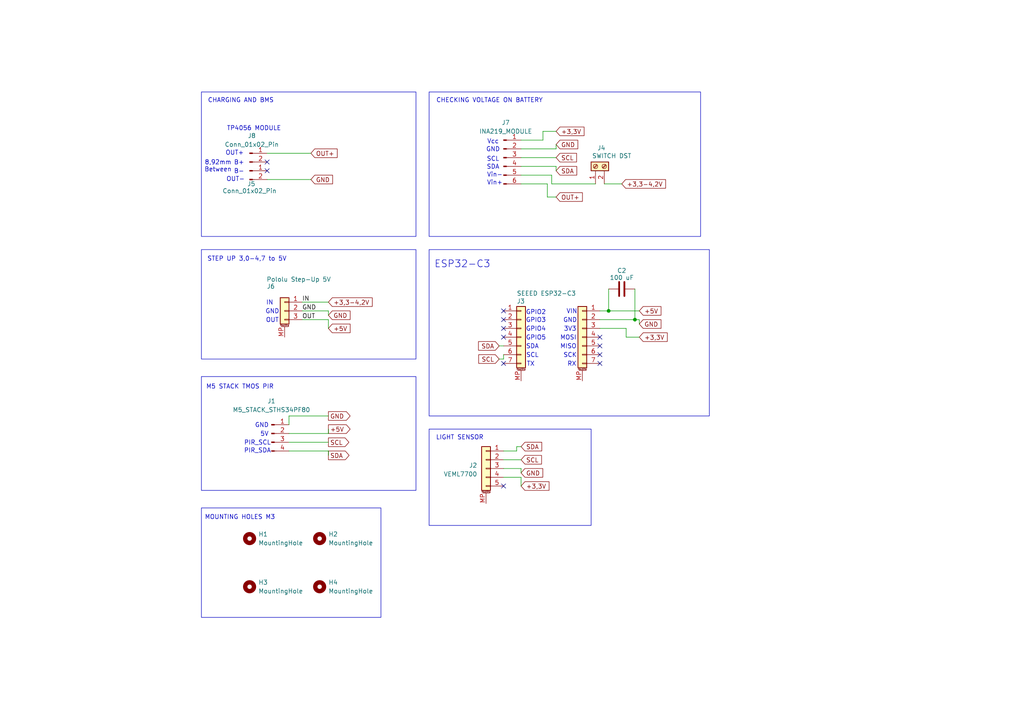
<source format=kicad_sch>
(kicad_sch
	(version 20250114)
	(generator "eeschema")
	(generator_version "9.0")
	(uuid "a6275308-5ac0-496d-8333-638fc21ed570")
	(paper "A4")
	(title_block
		(title "Moduł 1")
		(date "2026-01-02")
		(rev "1")
		(company "Mateusz Siarkiewicz-Hoszowski")
	)
	(lib_symbols
		(symbol "Connector:Conn_01x02_Pin"
			(pin_names
				(offset 1.016)
				(hide yes)
			)
			(exclude_from_sim no)
			(in_bom yes)
			(on_board yes)
			(property "Reference" "J"
				(at 0 2.54 0)
				(effects
					(font
						(size 1.27 1.27)
					)
				)
			)
			(property "Value" "Conn_01x02_Pin"
				(at 0 -5.08 0)
				(effects
					(font
						(size 1.27 1.27)
					)
				)
			)
			(property "Footprint" ""
				(at 0 0 0)
				(effects
					(font
						(size 1.27 1.27)
					)
					(hide yes)
				)
			)
			(property "Datasheet" "~"
				(at 0 0 0)
				(effects
					(font
						(size 1.27 1.27)
					)
					(hide yes)
				)
			)
			(property "Description" "Generic connector, single row, 01x02, script generated"
				(at 0 0 0)
				(effects
					(font
						(size 1.27 1.27)
					)
					(hide yes)
				)
			)
			(property "ki_locked" ""
				(at 0 0 0)
				(effects
					(font
						(size 1.27 1.27)
					)
				)
			)
			(property "ki_keywords" "connector"
				(at 0 0 0)
				(effects
					(font
						(size 1.27 1.27)
					)
					(hide yes)
				)
			)
			(property "ki_fp_filters" "Connector*:*_1x??_*"
				(at 0 0 0)
				(effects
					(font
						(size 1.27 1.27)
					)
					(hide yes)
				)
			)
			(symbol "Conn_01x02_Pin_1_1"
				(rectangle
					(start 0.8636 0.127)
					(end 0 -0.127)
					(stroke
						(width 0.1524)
						(type default)
					)
					(fill
						(type outline)
					)
				)
				(rectangle
					(start 0.8636 -2.413)
					(end 0 -2.667)
					(stroke
						(width 0.1524)
						(type default)
					)
					(fill
						(type outline)
					)
				)
				(polyline
					(pts
						(xy 1.27 0) (xy 0.8636 0)
					)
					(stroke
						(width 0.1524)
						(type default)
					)
					(fill
						(type none)
					)
				)
				(polyline
					(pts
						(xy 1.27 -2.54) (xy 0.8636 -2.54)
					)
					(stroke
						(width 0.1524)
						(type default)
					)
					(fill
						(type none)
					)
				)
				(pin passive line
					(at 5.08 0 180)
					(length 3.81)
					(name "Pin_1"
						(effects
							(font
								(size 1.27 1.27)
							)
						)
					)
					(number "1"
						(effects
							(font
								(size 1.27 1.27)
							)
						)
					)
				)
				(pin passive line
					(at 5.08 -2.54 180)
					(length 3.81)
					(name "Pin_2"
						(effects
							(font
								(size 1.27 1.27)
							)
						)
					)
					(number "2"
						(effects
							(font
								(size 1.27 1.27)
							)
						)
					)
				)
			)
			(embedded_fonts no)
		)
		(symbol "Connector:Conn_01x04_Pin"
			(pin_names
				(offset 1.016)
				(hide yes)
			)
			(exclude_from_sim no)
			(in_bom yes)
			(on_board yes)
			(property "Reference" "J"
				(at 0 5.08 0)
				(effects
					(font
						(size 1.27 1.27)
					)
				)
			)
			(property "Value" "Conn_01x04_Pin"
				(at 0 -7.62 0)
				(effects
					(font
						(size 1.27 1.27)
					)
				)
			)
			(property "Footprint" ""
				(at 0 0 0)
				(effects
					(font
						(size 1.27 1.27)
					)
					(hide yes)
				)
			)
			(property "Datasheet" "~"
				(at 0 0 0)
				(effects
					(font
						(size 1.27 1.27)
					)
					(hide yes)
				)
			)
			(property "Description" "Generic connector, single row, 01x04, script generated"
				(at 0 0 0)
				(effects
					(font
						(size 1.27 1.27)
					)
					(hide yes)
				)
			)
			(property "ki_locked" ""
				(at 0 0 0)
				(effects
					(font
						(size 1.27 1.27)
					)
				)
			)
			(property "ki_keywords" "connector"
				(at 0 0 0)
				(effects
					(font
						(size 1.27 1.27)
					)
					(hide yes)
				)
			)
			(property "ki_fp_filters" "Connector*:*_1x??_*"
				(at 0 0 0)
				(effects
					(font
						(size 1.27 1.27)
					)
					(hide yes)
				)
			)
			(symbol "Conn_01x04_Pin_1_1"
				(rectangle
					(start 0.8636 2.667)
					(end 0 2.413)
					(stroke
						(width 0.1524)
						(type default)
					)
					(fill
						(type outline)
					)
				)
				(rectangle
					(start 0.8636 0.127)
					(end 0 -0.127)
					(stroke
						(width 0.1524)
						(type default)
					)
					(fill
						(type outline)
					)
				)
				(rectangle
					(start 0.8636 -2.413)
					(end 0 -2.667)
					(stroke
						(width 0.1524)
						(type default)
					)
					(fill
						(type outline)
					)
				)
				(rectangle
					(start 0.8636 -4.953)
					(end 0 -5.207)
					(stroke
						(width 0.1524)
						(type default)
					)
					(fill
						(type outline)
					)
				)
				(polyline
					(pts
						(xy 1.27 2.54) (xy 0.8636 2.54)
					)
					(stroke
						(width 0.1524)
						(type default)
					)
					(fill
						(type none)
					)
				)
				(polyline
					(pts
						(xy 1.27 0) (xy 0.8636 0)
					)
					(stroke
						(width 0.1524)
						(type default)
					)
					(fill
						(type none)
					)
				)
				(polyline
					(pts
						(xy 1.27 -2.54) (xy 0.8636 -2.54)
					)
					(stroke
						(width 0.1524)
						(type default)
					)
					(fill
						(type none)
					)
				)
				(polyline
					(pts
						(xy 1.27 -5.08) (xy 0.8636 -5.08)
					)
					(stroke
						(width 0.1524)
						(type default)
					)
					(fill
						(type none)
					)
				)
				(pin passive line
					(at 5.08 2.54 180)
					(length 3.81)
					(name "Pin_1"
						(effects
							(font
								(size 1.27 1.27)
							)
						)
					)
					(number "1"
						(effects
							(font
								(size 1.27 1.27)
							)
						)
					)
				)
				(pin passive line
					(at 5.08 0 180)
					(length 3.81)
					(name "Pin_2"
						(effects
							(font
								(size 1.27 1.27)
							)
						)
					)
					(number "2"
						(effects
							(font
								(size 1.27 1.27)
							)
						)
					)
				)
				(pin passive line
					(at 5.08 -2.54 180)
					(length 3.81)
					(name "Pin_3"
						(effects
							(font
								(size 1.27 1.27)
							)
						)
					)
					(number "3"
						(effects
							(font
								(size 1.27 1.27)
							)
						)
					)
				)
				(pin passive line
					(at 5.08 -5.08 180)
					(length 3.81)
					(name "Pin_4"
						(effects
							(font
								(size 1.27 1.27)
							)
						)
					)
					(number "4"
						(effects
							(font
								(size 1.27 1.27)
							)
						)
					)
				)
			)
			(embedded_fonts no)
		)
		(symbol "Connector:Conn_01x06_Pin"
			(pin_names
				(offset 1.016)
				(hide yes)
			)
			(exclude_from_sim no)
			(in_bom yes)
			(on_board yes)
			(property "Reference" "J"
				(at 0 7.62 0)
				(effects
					(font
						(size 1.27 1.27)
					)
				)
			)
			(property "Value" "Conn_01x06_Pin"
				(at 0 -10.16 0)
				(effects
					(font
						(size 1.27 1.27)
					)
				)
			)
			(property "Footprint" ""
				(at 0 0 0)
				(effects
					(font
						(size 1.27 1.27)
					)
					(hide yes)
				)
			)
			(property "Datasheet" "~"
				(at 0 0 0)
				(effects
					(font
						(size 1.27 1.27)
					)
					(hide yes)
				)
			)
			(property "Description" "Generic connector, single row, 01x06, script generated"
				(at 0 0 0)
				(effects
					(font
						(size 1.27 1.27)
					)
					(hide yes)
				)
			)
			(property "ki_locked" ""
				(at 0 0 0)
				(effects
					(font
						(size 1.27 1.27)
					)
				)
			)
			(property "ki_keywords" "connector"
				(at 0 0 0)
				(effects
					(font
						(size 1.27 1.27)
					)
					(hide yes)
				)
			)
			(property "ki_fp_filters" "Connector*:*_1x??_*"
				(at 0 0 0)
				(effects
					(font
						(size 1.27 1.27)
					)
					(hide yes)
				)
			)
			(symbol "Conn_01x06_Pin_1_1"
				(rectangle
					(start 0.8636 5.207)
					(end 0 4.953)
					(stroke
						(width 0.1524)
						(type default)
					)
					(fill
						(type outline)
					)
				)
				(rectangle
					(start 0.8636 2.667)
					(end 0 2.413)
					(stroke
						(width 0.1524)
						(type default)
					)
					(fill
						(type outline)
					)
				)
				(rectangle
					(start 0.8636 0.127)
					(end 0 -0.127)
					(stroke
						(width 0.1524)
						(type default)
					)
					(fill
						(type outline)
					)
				)
				(rectangle
					(start 0.8636 -2.413)
					(end 0 -2.667)
					(stroke
						(width 0.1524)
						(type default)
					)
					(fill
						(type outline)
					)
				)
				(rectangle
					(start 0.8636 -4.953)
					(end 0 -5.207)
					(stroke
						(width 0.1524)
						(type default)
					)
					(fill
						(type outline)
					)
				)
				(rectangle
					(start 0.8636 -7.493)
					(end 0 -7.747)
					(stroke
						(width 0.1524)
						(type default)
					)
					(fill
						(type outline)
					)
				)
				(polyline
					(pts
						(xy 1.27 5.08) (xy 0.8636 5.08)
					)
					(stroke
						(width 0.1524)
						(type default)
					)
					(fill
						(type none)
					)
				)
				(polyline
					(pts
						(xy 1.27 2.54) (xy 0.8636 2.54)
					)
					(stroke
						(width 0.1524)
						(type default)
					)
					(fill
						(type none)
					)
				)
				(polyline
					(pts
						(xy 1.27 0) (xy 0.8636 0)
					)
					(stroke
						(width 0.1524)
						(type default)
					)
					(fill
						(type none)
					)
				)
				(polyline
					(pts
						(xy 1.27 -2.54) (xy 0.8636 -2.54)
					)
					(stroke
						(width 0.1524)
						(type default)
					)
					(fill
						(type none)
					)
				)
				(polyline
					(pts
						(xy 1.27 -5.08) (xy 0.8636 -5.08)
					)
					(stroke
						(width 0.1524)
						(type default)
					)
					(fill
						(type none)
					)
				)
				(polyline
					(pts
						(xy 1.27 -7.62) (xy 0.8636 -7.62)
					)
					(stroke
						(width 0.1524)
						(type default)
					)
					(fill
						(type none)
					)
				)
				(pin passive line
					(at 5.08 5.08 180)
					(length 3.81)
					(name "Pin_1"
						(effects
							(font
								(size 1.27 1.27)
							)
						)
					)
					(number "1"
						(effects
							(font
								(size 1.27 1.27)
							)
						)
					)
				)
				(pin passive line
					(at 5.08 2.54 180)
					(length 3.81)
					(name "Pin_2"
						(effects
							(font
								(size 1.27 1.27)
							)
						)
					)
					(number "2"
						(effects
							(font
								(size 1.27 1.27)
							)
						)
					)
				)
				(pin passive line
					(at 5.08 0 180)
					(length 3.81)
					(name "Pin_3"
						(effects
							(font
								(size 1.27 1.27)
							)
						)
					)
					(number "3"
						(effects
							(font
								(size 1.27 1.27)
							)
						)
					)
				)
				(pin passive line
					(at 5.08 -2.54 180)
					(length 3.81)
					(name "Pin_4"
						(effects
							(font
								(size 1.27 1.27)
							)
						)
					)
					(number "4"
						(effects
							(font
								(size 1.27 1.27)
							)
						)
					)
				)
				(pin passive line
					(at 5.08 -5.08 180)
					(length 3.81)
					(name "Pin_5"
						(effects
							(font
								(size 1.27 1.27)
							)
						)
					)
					(number "5"
						(effects
							(font
								(size 1.27 1.27)
							)
						)
					)
				)
				(pin passive line
					(at 5.08 -7.62 180)
					(length 3.81)
					(name "Pin_6"
						(effects
							(font
								(size 1.27 1.27)
							)
						)
					)
					(number "6"
						(effects
							(font
								(size 1.27 1.27)
							)
						)
					)
				)
			)
			(embedded_fonts no)
		)
		(symbol "Connector:Screw_Terminal_01x02"
			(pin_names
				(offset 1.016)
				(hide yes)
			)
			(exclude_from_sim no)
			(in_bom yes)
			(on_board yes)
			(property "Reference" "J"
				(at 0 2.54 0)
				(effects
					(font
						(size 1.27 1.27)
					)
				)
			)
			(property "Value" "Screw_Terminal_01x02"
				(at 0 -5.08 0)
				(effects
					(font
						(size 1.27 1.27)
					)
				)
			)
			(property "Footprint" ""
				(at 0 0 0)
				(effects
					(font
						(size 1.27 1.27)
					)
					(hide yes)
				)
			)
			(property "Datasheet" "~"
				(at 0 0 0)
				(effects
					(font
						(size 1.27 1.27)
					)
					(hide yes)
				)
			)
			(property "Description" "Generic screw terminal, single row, 01x02, script generated (kicad-library-utils/schlib/autogen/connector/)"
				(at 0 0 0)
				(effects
					(font
						(size 1.27 1.27)
					)
					(hide yes)
				)
			)
			(property "ki_keywords" "screw terminal"
				(at 0 0 0)
				(effects
					(font
						(size 1.27 1.27)
					)
					(hide yes)
				)
			)
			(property "ki_fp_filters" "TerminalBlock*:*"
				(at 0 0 0)
				(effects
					(font
						(size 1.27 1.27)
					)
					(hide yes)
				)
			)
			(symbol "Screw_Terminal_01x02_1_1"
				(rectangle
					(start -1.27 1.27)
					(end 1.27 -3.81)
					(stroke
						(width 0.254)
						(type default)
					)
					(fill
						(type background)
					)
				)
				(polyline
					(pts
						(xy -0.5334 0.3302) (xy 0.3302 -0.508)
					)
					(stroke
						(width 0.1524)
						(type default)
					)
					(fill
						(type none)
					)
				)
				(polyline
					(pts
						(xy -0.5334 -2.2098) (xy 0.3302 -3.048)
					)
					(stroke
						(width 0.1524)
						(type default)
					)
					(fill
						(type none)
					)
				)
				(polyline
					(pts
						(xy -0.3556 0.508) (xy 0.508 -0.3302)
					)
					(stroke
						(width 0.1524)
						(type default)
					)
					(fill
						(type none)
					)
				)
				(polyline
					(pts
						(xy -0.3556 -2.032) (xy 0.508 -2.8702)
					)
					(stroke
						(width 0.1524)
						(type default)
					)
					(fill
						(type none)
					)
				)
				(circle
					(center 0 0)
					(radius 0.635)
					(stroke
						(width 0.1524)
						(type default)
					)
					(fill
						(type none)
					)
				)
				(circle
					(center 0 -2.54)
					(radius 0.635)
					(stroke
						(width 0.1524)
						(type default)
					)
					(fill
						(type none)
					)
				)
				(pin passive line
					(at -5.08 0 0)
					(length 3.81)
					(name "Pin_1"
						(effects
							(font
								(size 1.27 1.27)
							)
						)
					)
					(number "1"
						(effects
							(font
								(size 1.27 1.27)
							)
						)
					)
				)
				(pin passive line
					(at -5.08 -2.54 0)
					(length 3.81)
					(name "Pin_2"
						(effects
							(font
								(size 1.27 1.27)
							)
						)
					)
					(number "2"
						(effects
							(font
								(size 1.27 1.27)
							)
						)
					)
				)
			)
			(embedded_fonts no)
		)
		(symbol "Connector_Generic_MountingPin:Conn_01x03_MountingPin"
			(pin_names
				(offset 1.016)
				(hide yes)
			)
			(exclude_from_sim no)
			(in_bom yes)
			(on_board yes)
			(property "Reference" "J"
				(at 0 5.08 0)
				(effects
					(font
						(size 1.27 1.27)
					)
				)
			)
			(property "Value" "Conn_01x03_MountingPin"
				(at 1.27 -5.08 0)
				(effects
					(font
						(size 1.27 1.27)
					)
					(justify left)
				)
			)
			(property "Footprint" ""
				(at 0 0 0)
				(effects
					(font
						(size 1.27 1.27)
					)
					(hide yes)
				)
			)
			(property "Datasheet" "~"
				(at 0 0 0)
				(effects
					(font
						(size 1.27 1.27)
					)
					(hide yes)
				)
			)
			(property "Description" "Generic connectable mounting pin connector, single row, 01x03, script generated (kicad-library-utils/schlib/autogen/connector/)"
				(at 0 0 0)
				(effects
					(font
						(size 1.27 1.27)
					)
					(hide yes)
				)
			)
			(property "ki_keywords" "connector"
				(at 0 0 0)
				(effects
					(font
						(size 1.27 1.27)
					)
					(hide yes)
				)
			)
			(property "ki_fp_filters" "Connector*:*_1x??-1MP*"
				(at 0 0 0)
				(effects
					(font
						(size 1.27 1.27)
					)
					(hide yes)
				)
			)
			(symbol "Conn_01x03_MountingPin_1_1"
				(rectangle
					(start -1.27 3.81)
					(end 1.27 -3.81)
					(stroke
						(width 0.254)
						(type default)
					)
					(fill
						(type background)
					)
				)
				(rectangle
					(start -1.27 2.667)
					(end 0 2.413)
					(stroke
						(width 0.1524)
						(type default)
					)
					(fill
						(type none)
					)
				)
				(rectangle
					(start -1.27 0.127)
					(end 0 -0.127)
					(stroke
						(width 0.1524)
						(type default)
					)
					(fill
						(type none)
					)
				)
				(rectangle
					(start -1.27 -2.413)
					(end 0 -2.667)
					(stroke
						(width 0.1524)
						(type default)
					)
					(fill
						(type none)
					)
				)
				(polyline
					(pts
						(xy -1.016 -4.572) (xy 1.016 -4.572)
					)
					(stroke
						(width 0.1524)
						(type default)
					)
					(fill
						(type none)
					)
				)
				(text "Mounting"
					(at 0 -4.191 0)
					(effects
						(font
							(size 0.381 0.381)
						)
					)
				)
				(pin passive line
					(at -5.08 2.54 0)
					(length 3.81)
					(name "Pin_1"
						(effects
							(font
								(size 1.27 1.27)
							)
						)
					)
					(number "1"
						(effects
							(font
								(size 1.27 1.27)
							)
						)
					)
				)
				(pin passive line
					(at -5.08 0 0)
					(length 3.81)
					(name "Pin_2"
						(effects
							(font
								(size 1.27 1.27)
							)
						)
					)
					(number "2"
						(effects
							(font
								(size 1.27 1.27)
							)
						)
					)
				)
				(pin passive line
					(at -5.08 -2.54 0)
					(length 3.81)
					(name "Pin_3"
						(effects
							(font
								(size 1.27 1.27)
							)
						)
					)
					(number "3"
						(effects
							(font
								(size 1.27 1.27)
							)
						)
					)
				)
				(pin passive line
					(at 0 -7.62 90)
					(length 3.048)
					(name "MountPin"
						(effects
							(font
								(size 1.27 1.27)
							)
						)
					)
					(number "MP"
						(effects
							(font
								(size 1.27 1.27)
							)
						)
					)
				)
			)
			(embedded_fonts no)
		)
		(symbol "Connector_Generic_MountingPin:Conn_01x05_MountingPin"
			(pin_names
				(offset 1.016)
				(hide yes)
			)
			(exclude_from_sim no)
			(in_bom yes)
			(on_board yes)
			(property "Reference" "J"
				(at 0 7.62 0)
				(effects
					(font
						(size 1.27 1.27)
					)
				)
			)
			(property "Value" "Conn_01x05_MountingPin"
				(at 1.27 -7.62 0)
				(effects
					(font
						(size 1.27 1.27)
					)
					(justify left)
				)
			)
			(property "Footprint" ""
				(at 0 0 0)
				(effects
					(font
						(size 1.27 1.27)
					)
					(hide yes)
				)
			)
			(property "Datasheet" "~"
				(at 0 0 0)
				(effects
					(font
						(size 1.27 1.27)
					)
					(hide yes)
				)
			)
			(property "Description" "Generic connectable mounting pin connector, single row, 01x05, script generated (kicad-library-utils/schlib/autogen/connector/)"
				(at 0 0 0)
				(effects
					(font
						(size 1.27 1.27)
					)
					(hide yes)
				)
			)
			(property "ki_keywords" "connector"
				(at 0 0 0)
				(effects
					(font
						(size 1.27 1.27)
					)
					(hide yes)
				)
			)
			(property "ki_fp_filters" "Connector*:*_1x??-1MP*"
				(at 0 0 0)
				(effects
					(font
						(size 1.27 1.27)
					)
					(hide yes)
				)
			)
			(symbol "Conn_01x05_MountingPin_1_1"
				(rectangle
					(start -1.27 6.35)
					(end 1.27 -6.35)
					(stroke
						(width 0.254)
						(type default)
					)
					(fill
						(type background)
					)
				)
				(rectangle
					(start -1.27 5.207)
					(end 0 4.953)
					(stroke
						(width 0.1524)
						(type default)
					)
					(fill
						(type none)
					)
				)
				(rectangle
					(start -1.27 2.667)
					(end 0 2.413)
					(stroke
						(width 0.1524)
						(type default)
					)
					(fill
						(type none)
					)
				)
				(rectangle
					(start -1.27 0.127)
					(end 0 -0.127)
					(stroke
						(width 0.1524)
						(type default)
					)
					(fill
						(type none)
					)
				)
				(rectangle
					(start -1.27 -2.413)
					(end 0 -2.667)
					(stroke
						(width 0.1524)
						(type default)
					)
					(fill
						(type none)
					)
				)
				(rectangle
					(start -1.27 -4.953)
					(end 0 -5.207)
					(stroke
						(width 0.1524)
						(type default)
					)
					(fill
						(type none)
					)
				)
				(polyline
					(pts
						(xy -1.016 -7.112) (xy 1.016 -7.112)
					)
					(stroke
						(width 0.1524)
						(type default)
					)
					(fill
						(type none)
					)
				)
				(text "Mounting"
					(at 0 -6.731 0)
					(effects
						(font
							(size 0.381 0.381)
						)
					)
				)
				(pin passive line
					(at -5.08 5.08 0)
					(length 3.81)
					(name "Pin_1"
						(effects
							(font
								(size 1.27 1.27)
							)
						)
					)
					(number "1"
						(effects
							(font
								(size 1.27 1.27)
							)
						)
					)
				)
				(pin passive line
					(at -5.08 2.54 0)
					(length 3.81)
					(name "Pin_2"
						(effects
							(font
								(size 1.27 1.27)
							)
						)
					)
					(number "2"
						(effects
							(font
								(size 1.27 1.27)
							)
						)
					)
				)
				(pin passive line
					(at -5.08 0 0)
					(length 3.81)
					(name "Pin_3"
						(effects
							(font
								(size 1.27 1.27)
							)
						)
					)
					(number "3"
						(effects
							(font
								(size 1.27 1.27)
							)
						)
					)
				)
				(pin passive line
					(at -5.08 -2.54 0)
					(length 3.81)
					(name "Pin_4"
						(effects
							(font
								(size 1.27 1.27)
							)
						)
					)
					(number "4"
						(effects
							(font
								(size 1.27 1.27)
							)
						)
					)
				)
				(pin passive line
					(at -5.08 -5.08 0)
					(length 3.81)
					(name "Pin_5"
						(effects
							(font
								(size 1.27 1.27)
							)
						)
					)
					(number "5"
						(effects
							(font
								(size 1.27 1.27)
							)
						)
					)
				)
				(pin passive line
					(at 0 -10.16 90)
					(length 3.048)
					(name "MountPin"
						(effects
							(font
								(size 1.27 1.27)
							)
						)
					)
					(number "MP"
						(effects
							(font
								(size 1.27 1.27)
							)
						)
					)
				)
			)
			(embedded_fonts no)
		)
		(symbol "Connector_Generic_MountingPin:Conn_01x07_MountingPin"
			(pin_names
				(offset 1.016)
				(hide yes)
			)
			(exclude_from_sim no)
			(in_bom yes)
			(on_board yes)
			(property "Reference" "J"
				(at 0 10.16 0)
				(effects
					(font
						(size 1.27 1.27)
					)
				)
			)
			(property "Value" "Conn_01x07_MountingPin"
				(at 1.27 -10.16 0)
				(effects
					(font
						(size 1.27 1.27)
					)
					(justify left)
				)
			)
			(property "Footprint" ""
				(at 0 0 0)
				(effects
					(font
						(size 1.27 1.27)
					)
					(hide yes)
				)
			)
			(property "Datasheet" "~"
				(at 0 0 0)
				(effects
					(font
						(size 1.27 1.27)
					)
					(hide yes)
				)
			)
			(property "Description" "Generic connectable mounting pin connector, single row, 01x07, script generated (kicad-library-utils/schlib/autogen/connector/)"
				(at 0 0 0)
				(effects
					(font
						(size 1.27 1.27)
					)
					(hide yes)
				)
			)
			(property "ki_keywords" "connector"
				(at 0 0 0)
				(effects
					(font
						(size 1.27 1.27)
					)
					(hide yes)
				)
			)
			(property "ki_fp_filters" "Connector*:*_1x??-1MP*"
				(at 0 0 0)
				(effects
					(font
						(size 1.27 1.27)
					)
					(hide yes)
				)
			)
			(symbol "Conn_01x07_MountingPin_1_1"
				(rectangle
					(start -1.27 8.89)
					(end 1.27 -8.89)
					(stroke
						(width 0.254)
						(type default)
					)
					(fill
						(type background)
					)
				)
				(rectangle
					(start -1.27 7.747)
					(end 0 7.493)
					(stroke
						(width 0.1524)
						(type default)
					)
					(fill
						(type none)
					)
				)
				(rectangle
					(start -1.27 5.207)
					(end 0 4.953)
					(stroke
						(width 0.1524)
						(type default)
					)
					(fill
						(type none)
					)
				)
				(rectangle
					(start -1.27 2.667)
					(end 0 2.413)
					(stroke
						(width 0.1524)
						(type default)
					)
					(fill
						(type none)
					)
				)
				(rectangle
					(start -1.27 0.127)
					(end 0 -0.127)
					(stroke
						(width 0.1524)
						(type default)
					)
					(fill
						(type none)
					)
				)
				(rectangle
					(start -1.27 -2.413)
					(end 0 -2.667)
					(stroke
						(width 0.1524)
						(type default)
					)
					(fill
						(type none)
					)
				)
				(rectangle
					(start -1.27 -4.953)
					(end 0 -5.207)
					(stroke
						(width 0.1524)
						(type default)
					)
					(fill
						(type none)
					)
				)
				(rectangle
					(start -1.27 -7.493)
					(end 0 -7.747)
					(stroke
						(width 0.1524)
						(type default)
					)
					(fill
						(type none)
					)
				)
				(polyline
					(pts
						(xy -1.016 -9.652) (xy 1.016 -9.652)
					)
					(stroke
						(width 0.1524)
						(type default)
					)
					(fill
						(type none)
					)
				)
				(text "Mounting"
					(at 0 -9.271 0)
					(effects
						(font
							(size 0.381 0.381)
						)
					)
				)
				(pin passive line
					(at -5.08 7.62 0)
					(length 3.81)
					(name "Pin_1"
						(effects
							(font
								(size 1.27 1.27)
							)
						)
					)
					(number "1"
						(effects
							(font
								(size 1.27 1.27)
							)
						)
					)
				)
				(pin passive line
					(at -5.08 5.08 0)
					(length 3.81)
					(name "Pin_2"
						(effects
							(font
								(size 1.27 1.27)
							)
						)
					)
					(number "2"
						(effects
							(font
								(size 1.27 1.27)
							)
						)
					)
				)
				(pin passive line
					(at -5.08 2.54 0)
					(length 3.81)
					(name "Pin_3"
						(effects
							(font
								(size 1.27 1.27)
							)
						)
					)
					(number "3"
						(effects
							(font
								(size 1.27 1.27)
							)
						)
					)
				)
				(pin passive line
					(at -5.08 0 0)
					(length 3.81)
					(name "Pin_4"
						(effects
							(font
								(size 1.27 1.27)
							)
						)
					)
					(number "4"
						(effects
							(font
								(size 1.27 1.27)
							)
						)
					)
				)
				(pin passive line
					(at -5.08 -2.54 0)
					(length 3.81)
					(name "Pin_5"
						(effects
							(font
								(size 1.27 1.27)
							)
						)
					)
					(number "5"
						(effects
							(font
								(size 1.27 1.27)
							)
						)
					)
				)
				(pin passive line
					(at -5.08 -5.08 0)
					(length 3.81)
					(name "Pin_6"
						(effects
							(font
								(size 1.27 1.27)
							)
						)
					)
					(number "6"
						(effects
							(font
								(size 1.27 1.27)
							)
						)
					)
				)
				(pin passive line
					(at -5.08 -7.62 0)
					(length 3.81)
					(name "Pin_7"
						(effects
							(font
								(size 1.27 1.27)
							)
						)
					)
					(number "7"
						(effects
							(font
								(size 1.27 1.27)
							)
						)
					)
				)
				(pin passive line
					(at 0 -12.7 90)
					(length 3.048)
					(name "MountPin"
						(effects
							(font
								(size 1.27 1.27)
							)
						)
					)
					(number "MP"
						(effects
							(font
								(size 1.27 1.27)
							)
						)
					)
				)
			)
			(embedded_fonts no)
		)
		(symbol "Device:C"
			(pin_numbers
				(hide yes)
			)
			(pin_names
				(offset 0.254)
			)
			(exclude_from_sim no)
			(in_bom yes)
			(on_board yes)
			(property "Reference" "C"
				(at 0.635 2.54 0)
				(effects
					(font
						(size 1.27 1.27)
					)
					(justify left)
				)
			)
			(property "Value" "C"
				(at 0.635 -2.54 0)
				(effects
					(font
						(size 1.27 1.27)
					)
					(justify left)
				)
			)
			(property "Footprint" ""
				(at 0.9652 -3.81 0)
				(effects
					(font
						(size 1.27 1.27)
					)
					(hide yes)
				)
			)
			(property "Datasheet" "~"
				(at 0 0 0)
				(effects
					(font
						(size 1.27 1.27)
					)
					(hide yes)
				)
			)
			(property "Description" "Unpolarized capacitor"
				(at 0 0 0)
				(effects
					(font
						(size 1.27 1.27)
					)
					(hide yes)
				)
			)
			(property "ki_keywords" "cap capacitor"
				(at 0 0 0)
				(effects
					(font
						(size 1.27 1.27)
					)
					(hide yes)
				)
			)
			(property "ki_fp_filters" "C_*"
				(at 0 0 0)
				(effects
					(font
						(size 1.27 1.27)
					)
					(hide yes)
				)
			)
			(symbol "C_0_1"
				(polyline
					(pts
						(xy -2.032 0.762) (xy 2.032 0.762)
					)
					(stroke
						(width 0.508)
						(type default)
					)
					(fill
						(type none)
					)
				)
				(polyline
					(pts
						(xy -2.032 -0.762) (xy 2.032 -0.762)
					)
					(stroke
						(width 0.508)
						(type default)
					)
					(fill
						(type none)
					)
				)
			)
			(symbol "C_1_1"
				(pin passive line
					(at 0 3.81 270)
					(length 2.794)
					(name "~"
						(effects
							(font
								(size 1.27 1.27)
							)
						)
					)
					(number "1"
						(effects
							(font
								(size 1.27 1.27)
							)
						)
					)
				)
				(pin passive line
					(at 0 -3.81 90)
					(length 2.794)
					(name "~"
						(effects
							(font
								(size 1.27 1.27)
							)
						)
					)
					(number "2"
						(effects
							(font
								(size 1.27 1.27)
							)
						)
					)
				)
			)
			(embedded_fonts no)
		)
		(symbol "Mechanical:MountingHole"
			(pin_names
				(offset 1.016)
			)
			(exclude_from_sim no)
			(in_bom no)
			(on_board yes)
			(property "Reference" "H"
				(at 0 5.08 0)
				(effects
					(font
						(size 1.27 1.27)
					)
				)
			)
			(property "Value" "MountingHole"
				(at 0 3.175 0)
				(effects
					(font
						(size 1.27 1.27)
					)
				)
			)
			(property "Footprint" ""
				(at 0 0 0)
				(effects
					(font
						(size 1.27 1.27)
					)
					(hide yes)
				)
			)
			(property "Datasheet" "~"
				(at 0 0 0)
				(effects
					(font
						(size 1.27 1.27)
					)
					(hide yes)
				)
			)
			(property "Description" "Mounting Hole without connection"
				(at 0 0 0)
				(effects
					(font
						(size 1.27 1.27)
					)
					(hide yes)
				)
			)
			(property "ki_keywords" "mounting hole"
				(at 0 0 0)
				(effects
					(font
						(size 1.27 1.27)
					)
					(hide yes)
				)
			)
			(property "ki_fp_filters" "MountingHole*"
				(at 0 0 0)
				(effects
					(font
						(size 1.27 1.27)
					)
					(hide yes)
				)
			)
			(symbol "MountingHole_0_1"
				(circle
					(center 0 0)
					(radius 1.27)
					(stroke
						(width 1.27)
						(type default)
					)
					(fill
						(type none)
					)
				)
			)
			(embedded_fonts no)
		)
	)
	(text "3V3"
		(exclude_from_sim no)
		(at 165.354 95.504 0)
		(effects
			(font
				(size 1.27 1.27)
			)
		)
		(uuid "0c76eabf-2378-4672-8845-7ead563b7d1d")
	)
	(text "8,92mm\nBetween"
		(exclude_from_sim no)
		(at 63.246 48.26 0)
		(effects
			(font
				(size 1.27 1.27)
			)
		)
		(uuid "2552aa77-37fe-4e15-8abd-4ff77fda0196")
	)
	(text "GND"
		(exclude_from_sim no)
		(at 75.946 123.444 0)
		(effects
			(font
				(size 1.27 1.27)
			)
		)
		(uuid "26a0ed0d-ed4b-4cba-bee8-3754766cb8e4")
	)
	(text "LIGHT SENSOR\n"
		(exclude_from_sim no)
		(at 133.35 127 0)
		(effects
			(font
				(size 1.27 1.27)
			)
		)
		(uuid "2910533c-4152-4e64-abcb-96080a87e0bc")
	)
	(text "B-"
		(exclude_from_sim no)
		(at 69.342 49.784 0)
		(effects
			(font
				(size 1.27 1.27)
			)
		)
		(uuid "2a3cd20a-0979-4469-bdf1-d84333f0068b")
	)
	(text "SCL"
		(exclude_from_sim no)
		(at 143.002 46.228 0)
		(effects
			(font
				(size 1.27 1.27)
			)
		)
		(uuid "2e7a0ca0-60ad-4c0b-9819-677a5450db21")
	)
	(text "Vcc"
		(exclude_from_sim no)
		(at 143.002 41.148 0)
		(effects
			(font
				(size 1.27 1.27)
			)
		)
		(uuid "34382002-406d-44e1-9844-fa99bd0ba60b")
	)
	(text "OUT-"
		(exclude_from_sim no)
		(at 68.326 52.07 0)
		(effects
			(font
				(size 1.27 1.27)
			)
		)
		(uuid "3b05b3bf-579b-418e-a84d-c858bf635510")
	)
	(text "MOUNTING HOLES M3\n"
		(exclude_from_sim no)
		(at 69.596 150.114 0)
		(effects
			(font
				(size 1.27 1.27)
			)
		)
		(uuid "4262e1ad-1805-47c5-af45-c6240402bade")
	)
	(text "MISO"
		(exclude_from_sim no)
		(at 164.846 100.584 0)
		(effects
			(font
				(size 1.27 1.27)
			)
		)
		(uuid "441834e4-9d17-4dee-8ad6-07fa04d6ceeb")
	)
	(text "5V"
		(exclude_from_sim no)
		(at 76.708 125.984 0)
		(effects
			(font
				(size 1.27 1.27)
			)
		)
		(uuid "4de9fc33-03f2-47d1-8211-3b0e63b24d12")
	)
	(text "M5 STACK TMOS PIR"
		(exclude_from_sim no)
		(at 69.596 112.268 0)
		(effects
			(font
				(size 1.27 1.27)
			)
		)
		(uuid "527033ba-2e38-4cec-ae0d-6d1985fc5ce6")
	)
	(text "GPIO5"
		(exclude_from_sim no)
		(at 155.448 98.044 0)
		(effects
			(font
				(size 1.27 1.27)
			)
		)
		(uuid "532bc9ed-d126-40d7-ae19-4ae168c6190d")
	)
	(text "GND"
		(exclude_from_sim no)
		(at 165.354 92.964 0)
		(effects
			(font
				(size 1.27 1.27)
			)
		)
		(uuid "60c56eed-c291-43a2-af39-6788f075e601")
	)
	(text "RX"
		(exclude_from_sim no)
		(at 165.862 105.664 0)
		(effects
			(font
				(size 1.27 1.27)
			)
		)
		(uuid "73231283-7e63-4f61-aec1-7b9a234a4114")
	)
	(text "VIN"
		(exclude_from_sim no)
		(at 165.862 90.424 0)
		(effects
			(font
				(size 1.27 1.27)
			)
		)
		(uuid "7b1c9974-c513-449f-92d7-4e44c0c7c018")
	)
	(text "IN"
		(exclude_from_sim no)
		(at 78.232 87.884 0)
		(effects
			(font
				(size 1.27 1.27)
			)
		)
		(uuid "7b4088d1-fb01-4b69-a7f0-df256c26c3b0")
	)
	(text "SCL"
		(exclude_from_sim no)
		(at 154.432 103.124 0)
		(effects
			(font
				(size 1.27 1.27)
			)
		)
		(uuid "803b712a-5b6e-4e76-b33b-df29112e5ee3")
	)
	(text "CHARGING AND BMS\n"
		(exclude_from_sim no)
		(at 69.85 29.21 0)
		(effects
			(font
				(size 1.27 1.27)
			)
		)
		(uuid "87a7f9c3-8a0e-43a3-931d-686be1abf97a")
	)
	(text "Vin+"
		(exclude_from_sim no)
		(at 143.51 53.086 0)
		(effects
			(font
				(size 1.27 1.27)
			)
		)
		(uuid "9acb0dda-f35c-4333-9c51-8a2256dd90e1")
	)
	(text "SDA"
		(exclude_from_sim no)
		(at 143.002 48.514 0)
		(effects
			(font
				(size 1.27 1.27)
			)
		)
		(uuid "9cbbe42b-7cfa-4bba-b63f-03c9e95e3fed")
	)
	(text "MOSI"
		(exclude_from_sim no)
		(at 164.846 98.044 0)
		(effects
			(font
				(size 1.27 1.27)
			)
		)
		(uuid "a19346f0-01e5-4435-9aa8-bd4b9134a942")
	)
	(text "GPIO2"
		(exclude_from_sim no)
		(at 155.448 90.678 0)
		(effects
			(font
				(size 1.27 1.27)
			)
		)
		(uuid "a9a701a3-234f-49d1-a15d-6b93138b30e7")
	)
	(text "SDA"
		(exclude_from_sim no)
		(at 154.432 100.584 0)
		(effects
			(font
				(size 1.27 1.27)
			)
		)
		(uuid "aaa54d6d-8bdc-4f28-b398-d02b12d5abe7")
	)
	(text "STEP UP 3,0-4,7 to 5V"
		(exclude_from_sim no)
		(at 71.628 75.184 0)
		(effects
			(font
				(size 1.27 1.27)
			)
		)
		(uuid "ac16f4bc-e7ac-4fbd-b250-26e697b01f01")
	)
	(text "ESP32-C3"
		(exclude_from_sim no)
		(at 134.112 76.708 0)
		(effects
			(font
				(size 2.032 2.032)
			)
		)
		(uuid "bee256f0-bcad-469d-8ff4-40d751880ffe")
	)
	(text "TX"
		(exclude_from_sim no)
		(at 153.924 105.664 0)
		(effects
			(font
				(size 1.27 1.27)
			)
		)
		(uuid "c24cd610-87fd-49c5-8d0c-fbfbeb3c88c1")
	)
	(text "TP4056 MODULE"
		(exclude_from_sim no)
		(at 73.66 37.338 0)
		(effects
			(font
				(size 1.27 1.27)
			)
		)
		(uuid "c57cf420-730d-4512-b2bb-ef10fd70412b")
	)
	(text "PIR_SCL"
		(exclude_from_sim no)
		(at 74.676 128.524 0)
		(effects
			(font
				(size 1.27 1.27)
			)
		)
		(uuid "c990be8e-81f4-499f-a964-e623c2b971c1")
	)
	(text "B+"
		(exclude_from_sim no)
		(at 69.342 47.244 0)
		(effects
			(font
				(size 1.27 1.27)
			)
		)
		(uuid "c9be2ec5-6811-4999-98aa-1c7f656100b6")
	)
	(text "OUT+"
		(exclude_from_sim no)
		(at 68.072 44.45 0)
		(effects
			(font
				(size 1.27 1.27)
			)
		)
		(uuid "d4ef9292-35de-4628-b746-942a71c882a3")
	)
	(text "SCK"
		(exclude_from_sim no)
		(at 165.354 103.124 0)
		(effects
			(font
				(size 1.27 1.27)
			)
		)
		(uuid "da4bb3e7-58e5-4939-9d63-38b045c4589b")
	)
	(text "GPIO3"
		(exclude_from_sim no)
		(at 155.448 92.964 0)
		(effects
			(font
				(size 1.27 1.27)
			)
		)
		(uuid "daba9b93-eaab-43e1-b64b-38fc93707fa7")
	)
	(text "OUT"
		(exclude_from_sim no)
		(at 78.994 92.964 0)
		(effects
			(font
				(size 1.27 1.27)
			)
		)
		(uuid "dcc60487-7bf0-49f4-b033-08a1f8c52394")
	)
	(text "Vin-"
		(exclude_from_sim no)
		(at 143.51 50.8 0)
		(effects
			(font
				(size 1.27 1.27)
			)
		)
		(uuid "e3733158-dac5-4422-91d5-adab253ae836")
	)
	(text "PIR_SDA"
		(exclude_from_sim no)
		(at 74.676 130.81 0)
		(effects
			(font
				(size 1.27 1.27)
			)
		)
		(uuid "e596cc0f-25b0-43be-9a58-8df4ee6a0e29")
	)
	(text "GND"
		(exclude_from_sim no)
		(at 78.994 90.424 0)
		(effects
			(font
				(size 1.27 1.27)
			)
		)
		(uuid "e971029c-39cd-4025-81cf-dd9fb8ee2286")
	)
	(text "GPIO4"
		(exclude_from_sim no)
		(at 155.448 95.504 0)
		(effects
			(font
				(size 1.27 1.27)
			)
		)
		(uuid "ec687baf-2931-41ac-b728-f5462db0587b")
	)
	(text "CHECKING VOLTAGE ON BATTERY\n"
		(exclude_from_sim no)
		(at 141.986 29.21 0)
		(effects
			(font
				(size 1.27 1.27)
			)
		)
		(uuid "f7ea4c1b-9fc5-4b55-a166-09a0e5c90635")
	)
	(text "GND"
		(exclude_from_sim no)
		(at 143.002 43.434 0)
		(effects
			(font
				(size 1.27 1.27)
			)
		)
		(uuid "f92595fb-642a-4d0e-bd70-c82895d1f1db")
	)
	(text_box ""
		(exclude_from_sim no)
		(at 124.46 124.46 0)
		(size 46.99 27.94)
		(margins 0.9525 0.9525 0.9525 0.9525)
		(stroke
			(width 0)
			(type solid)
		)
		(fill
			(type none)
		)
		(effects
			(font
				(size 1.27 1.27)
			)
			(justify left top)
		)
		(uuid "1bb95cf0-a428-46b4-8c83-94076a83979c")
	)
	(text_box ""
		(exclude_from_sim no)
		(at 124.46 72.39 0)
		(size 81.28 48.26)
		(margins 0.9525 0.9525 0.9525 0.9525)
		(stroke
			(width 0)
			(type solid)
		)
		(fill
			(type none)
		)
		(effects
			(font
				(size 1.27 1.27)
			)
			(justify left top)
		)
		(uuid "31896c36-4ee5-4394-aa1f-95a0e977e2e5")
	)
	(text_box ""
		(exclude_from_sim no)
		(at 58.42 147.32 0)
		(size 52.07 31.75)
		(margins 0.9525 0.9525 0.9525 0.9525)
		(stroke
			(width 0)
			(type solid)
		)
		(fill
			(type none)
		)
		(effects
			(font
				(size 1.27 1.27)
			)
			(justify left top)
		)
		(uuid "4114719d-f0f4-49eb-8d1b-e230bb473b63")
	)
	(text_box ""
		(exclude_from_sim no)
		(at 58.42 26.67 0)
		(size 62.23 41.91)
		(margins 0.9525 0.9525 0.9525 0.9525)
		(stroke
			(width 0)
			(type solid)
		)
		(fill
			(type none)
		)
		(effects
			(font
				(size 1.27 1.27)
			)
			(justify left top)
		)
		(uuid "4f2bafd9-9ef7-4489-9fbf-3654d68e0c1a")
	)
	(text_box ""
		(exclude_from_sim no)
		(at 58.42 109.22 0)
		(size 62.23 33.02)
		(margins 0.9525 0.9525 0.9525 0.9525)
		(stroke
			(width 0)
			(type solid)
		)
		(fill
			(type none)
		)
		(effects
			(font
				(size 1.27 1.27)
			)
			(justify left top)
		)
		(uuid "61e3e70f-0523-4858-990f-38ec7b70d2a9")
	)
	(text_box ""
		(exclude_from_sim no)
		(at 58.42 72.39 0)
		(size 62.23 31.75)
		(margins 0.9525 0.9525 0.9525 0.9525)
		(stroke
			(width 0)
			(type solid)
		)
		(fill
			(type none)
		)
		(effects
			(font
				(size 1.27 1.27)
			)
			(justify left top)
		)
		(uuid "73a14c6c-26d5-4f35-87a7-b7aee6fb14a0")
	)
	(text_box ""
		(exclude_from_sim no)
		(at 124.46 26.67 0)
		(size 78.74 41.91)
		(margins 0.9525 0.9525 0.9525 0.9525)
		(stroke
			(width 0)
			(type solid)
		)
		(fill
			(type none)
		)
		(effects
			(font
				(size 1.27 1.27)
			)
			(justify left top)
		)
		(uuid "e8a17642-0194-471e-932d-ad7757d5794e")
	)
	(junction
		(at 176.53 90.17)
		(diameter 0)
		(color 0 0 0 0)
		(uuid "7c92dbb5-88b1-4c5e-b698-dd55f3b784cc")
	)
	(junction
		(at 184.15 92.71)
		(diameter 0)
		(color 0 0 0 0)
		(uuid "f88a10f1-380b-4f98-b76e-fd242b8964fb")
	)
	(no_connect
		(at 146.05 95.25)
		(uuid "0ae1caf3-22cb-44b7-acf9-0d90bb5ec0cb")
	)
	(no_connect
		(at 146.05 97.79)
		(uuid "3f9a4d44-2468-4fe9-afd3-fd6f43681295")
	)
	(no_connect
		(at 146.05 140.97)
		(uuid "4b0f4385-a687-47ca-8ed4-8260ef3c751c")
	)
	(no_connect
		(at 173.99 100.33)
		(uuid "70c8a2d7-4956-4090-ab95-26df4a3054e5")
	)
	(no_connect
		(at 77.47 49.53)
		(uuid "824cb7df-c778-4942-bc58-aa014d3c2c9c")
	)
	(no_connect
		(at 173.99 102.87)
		(uuid "afa755f3-f2c3-4d7f-8b3c-dc71f2094a4d")
	)
	(no_connect
		(at 173.99 97.79)
		(uuid "d973d3f0-3cb0-4b13-9d34-85a95add4a76")
	)
	(no_connect
		(at 146.05 92.71)
		(uuid "daeae3b5-36ca-44c0-9d04-9aa7967f8236")
	)
	(no_connect
		(at 146.05 105.41)
		(uuid "dc9c8ef6-3ddf-4e33-9dc7-7e54ac752f7b")
	)
	(no_connect
		(at 173.99 105.41)
		(uuid "deb4f384-3fd1-4edc-b4cb-499df59e8d79")
	)
	(no_connect
		(at 146.05 90.17)
		(uuid "f601e917-22fb-4748-948f-032180b302bc")
	)
	(no_connect
		(at 77.47 46.99)
		(uuid "f60a531a-e0f6-45d2-bb9a-abe6a10d07d9")
	)
	(wire
		(pts
			(xy 160.02 50.8) (xy 151.13 50.8)
		)
		(stroke
			(width 0)
			(type default)
		)
		(uuid "0306c338-8d1b-4116-a890-0de32d874534")
	)
	(wire
		(pts
			(xy 176.53 83.82) (xy 176.53 90.17)
		)
		(stroke
			(width 0)
			(type default)
		)
		(uuid "03f9704e-e2f1-4403-8ebd-e36fcffe583b")
	)
	(wire
		(pts
			(xy 185.42 93.98) (xy 185.42 92.71)
		)
		(stroke
			(width 0)
			(type default)
		)
		(uuid "0683b944-87d2-4b17-83a8-3dc504ebfbc0")
	)
	(wire
		(pts
			(xy 181.61 97.79) (xy 181.61 95.25)
		)
		(stroke
			(width 0)
			(type default)
		)
		(uuid "125af59d-92f8-4c36-9668-6bed99d0f7df")
	)
	(wire
		(pts
			(xy 185.42 92.71) (xy 184.15 92.71)
		)
		(stroke
			(width 0)
			(type default)
		)
		(uuid "13976fde-0cbf-41ba-b79b-43952314a765")
	)
	(wire
		(pts
			(xy 146.05 104.14) (xy 146.05 102.87)
		)
		(stroke
			(width 0)
			(type default)
		)
		(uuid "184483c4-5445-43b8-ae23-edb62fe8c474")
	)
	(wire
		(pts
			(xy 83.82 120.65) (xy 83.82 123.19)
		)
		(stroke
			(width 0)
			(type default)
		)
		(uuid "1ea50648-36a6-41b0-ad28-15f0199f304c")
	)
	(wire
		(pts
			(xy 151.13 138.43) (xy 146.05 138.43)
		)
		(stroke
			(width 0)
			(type default)
		)
		(uuid "1faed373-d3a8-4b32-9ca9-f7f2125de4c1")
	)
	(wire
		(pts
			(xy 144.78 104.14) (xy 146.05 104.14)
		)
		(stroke
			(width 0)
			(type default)
		)
		(uuid "2130ea14-f932-416e-97e4-cc67be148867")
	)
	(wire
		(pts
			(xy 83.82 130.81) (xy 95.25 130.81)
		)
		(stroke
			(width 0)
			(type default)
		)
		(uuid "23e7a2d0-d802-4bac-b7c0-02e5604c1e3e")
	)
	(wire
		(pts
			(xy 144.78 100.33) (xy 146.05 100.33)
		)
		(stroke
			(width 0)
			(type default)
		)
		(uuid "2515e1f3-ff2f-4ea2-bc28-b2eee3da2307")
	)
	(wire
		(pts
			(xy 184.15 83.82) (xy 184.15 92.71)
		)
		(stroke
			(width 0)
			(type default)
		)
		(uuid "2c55e479-af08-4ed4-867a-dbc048f2460f")
	)
	(wire
		(pts
			(xy 161.29 57.15) (xy 158.75 57.15)
		)
		(stroke
			(width 0)
			(type default)
		)
		(uuid "309ea897-b43a-4a10-90e8-5fdb79096bf2")
	)
	(wire
		(pts
			(xy 161.29 38.1) (xy 157.48 38.1)
		)
		(stroke
			(width 0)
			(type default)
		)
		(uuid "36091b3c-2e81-417b-9f9e-aa0440df3c40")
	)
	(wire
		(pts
			(xy 176.53 90.17) (xy 185.42 90.17)
		)
		(stroke
			(width 0)
			(type default)
		)
		(uuid "390a5459-c616-44b5-a43f-5cc8b69985fd")
	)
	(wire
		(pts
			(xy 185.42 97.79) (xy 181.61 97.79)
		)
		(stroke
			(width 0)
			(type default)
		)
		(uuid "398d3bb5-4c24-4481-bdb6-6d9c65ce3e3c")
	)
	(wire
		(pts
			(xy 161.29 41.91) (xy 161.29 43.18)
		)
		(stroke
			(width 0)
			(type default)
		)
		(uuid "3e439712-b772-4058-abc5-92be81dc8d7f")
	)
	(wire
		(pts
			(xy 95.25 92.71) (xy 87.63 92.71)
		)
		(stroke
			(width 0)
			(type default)
		)
		(uuid "519b0785-6057-4e08-b8cc-1bddf5b5920c")
	)
	(wire
		(pts
			(xy 151.13 135.89) (xy 146.05 135.89)
		)
		(stroke
			(width 0)
			(type default)
		)
		(uuid "5201320b-c980-474f-825c-eee3f0004ac9")
	)
	(wire
		(pts
			(xy 95.25 125.73) (xy 95.25 124.46)
		)
		(stroke
			(width 0)
			(type default)
		)
		(uuid "531c20d2-5834-4156-8995-e6068df441b9")
	)
	(wire
		(pts
			(xy 95.25 120.65) (xy 83.82 120.65)
		)
		(stroke
			(width 0)
			(type default)
		)
		(uuid "54770a3d-d27b-45bb-89b1-c80b0c156b31")
	)
	(wire
		(pts
			(xy 157.48 38.1) (xy 157.48 40.64)
		)
		(stroke
			(width 0)
			(type default)
		)
		(uuid "563d8548-736f-4509-9c02-c4675284d6bc")
	)
	(wire
		(pts
			(xy 175.26 53.34) (xy 180.34 53.34)
		)
		(stroke
			(width 0)
			(type default)
		)
		(uuid "5edca46d-78ed-412d-b729-9d6c84e23c0e")
	)
	(wire
		(pts
			(xy 176.53 90.17) (xy 173.99 90.17)
		)
		(stroke
			(width 0)
			(type default)
		)
		(uuid "6068e8e8-0ff0-472f-836f-514071175431")
	)
	(wire
		(pts
			(xy 157.48 40.64) (xy 151.13 40.64)
		)
		(stroke
			(width 0)
			(type default)
		)
		(uuid "64b69b30-3155-43ce-9083-7e40f2119b77")
	)
	(wire
		(pts
			(xy 181.61 95.25) (xy 173.99 95.25)
		)
		(stroke
			(width 0)
			(type default)
		)
		(uuid "6595fc6a-8897-42d3-af23-89e4672cfb2a")
	)
	(wire
		(pts
			(xy 151.13 138.43) (xy 151.13 140.97)
		)
		(stroke
			(width 0)
			(type default)
		)
		(uuid "88eb5267-1bb0-4eaa-9087-9affd85fed18")
	)
	(wire
		(pts
			(xy 146.05 133.35) (xy 151.13 133.35)
		)
		(stroke
			(width 0)
			(type default)
		)
		(uuid "98ba8e81-6919-4ce1-b4eb-43cdfec52e64")
	)
	(wire
		(pts
			(xy 149.86 129.54) (xy 149.86 130.81)
		)
		(stroke
			(width 0)
			(type default)
		)
		(uuid "98df8364-8187-4535-a888-81a0635fe9a5")
	)
	(wire
		(pts
			(xy 161.29 45.72) (xy 151.13 45.72)
		)
		(stroke
			(width 0)
			(type default)
		)
		(uuid "9bfd8fc2-6510-4842-b256-76416ee15a19")
	)
	(wire
		(pts
			(xy 83.82 125.73) (xy 95.25 125.73)
		)
		(stroke
			(width 0)
			(type default)
		)
		(uuid "9e2b4bad-eada-4c02-aae3-faf1fcb3f067")
	)
	(wire
		(pts
			(xy 95.25 130.81) (xy 95.25 132.08)
		)
		(stroke
			(width 0)
			(type default)
		)
		(uuid "9f8331a6-0933-4585-991e-a8f6614ce4f5")
	)
	(wire
		(pts
			(xy 158.75 57.15) (xy 158.75 53.34)
		)
		(stroke
			(width 0)
			(type default)
		)
		(uuid "9f97ab12-a23a-4d75-a952-a704107da03a")
	)
	(wire
		(pts
			(xy 149.86 130.81) (xy 146.05 130.81)
		)
		(stroke
			(width 0)
			(type default)
		)
		(uuid "a21cd24b-e333-4e38-ac3f-4aedc19f5ca8")
	)
	(wire
		(pts
			(xy 77.47 52.07) (xy 90.17 52.07)
		)
		(stroke
			(width 0)
			(type default)
		)
		(uuid "a8b89722-81c0-45a7-989c-b0f48ba45c01")
	)
	(wire
		(pts
			(xy 160.02 53.34) (xy 160.02 50.8)
		)
		(stroke
			(width 0)
			(type default)
		)
		(uuid "af0d1fde-3761-4db6-abfd-3a324d24628a")
	)
	(wire
		(pts
			(xy 161.29 49.53) (xy 161.29 48.26)
		)
		(stroke
			(width 0)
			(type default)
		)
		(uuid "aff20832-7868-4342-9ffb-8203f8aa0e08")
	)
	(wire
		(pts
			(xy 95.25 91.44) (xy 95.25 90.17)
		)
		(stroke
			(width 0)
			(type default)
		)
		(uuid "b8943fa5-c9bf-4ff8-9319-422be2a44f76")
	)
	(wire
		(pts
			(xy 172.72 53.34) (xy 160.02 53.34)
		)
		(stroke
			(width 0)
			(type default)
		)
		(uuid "c19412c7-ed13-4dd7-beb7-fffe17d20b3d")
	)
	(wire
		(pts
			(xy 151.13 129.54) (xy 149.86 129.54)
		)
		(stroke
			(width 0)
			(type default)
		)
		(uuid "c5fbc8c9-6508-4042-adaf-ddd96723baaa")
	)
	(wire
		(pts
			(xy 95.25 95.25) (xy 95.25 92.71)
		)
		(stroke
			(width 0)
			(type default)
		)
		(uuid "cdbc6cf8-a85c-4203-b0f0-26361f89fc44")
	)
	(wire
		(pts
			(xy 90.17 44.45) (xy 77.47 44.45)
		)
		(stroke
			(width 0)
			(type default)
		)
		(uuid "d295e5da-a7c8-41d4-bf32-b2b2ad7c984f")
	)
	(wire
		(pts
			(xy 151.13 137.16) (xy 151.13 135.89)
		)
		(stroke
			(width 0)
			(type default)
		)
		(uuid "d8294edd-b950-4d65-bf0e-95931eb3db0f")
	)
	(wire
		(pts
			(xy 161.29 48.26) (xy 151.13 48.26)
		)
		(stroke
			(width 0)
			(type default)
		)
		(uuid "d8fe1311-29a7-4a89-b0d2-e076ddf8a8bd")
	)
	(wire
		(pts
			(xy 95.25 90.17) (xy 87.63 90.17)
		)
		(stroke
			(width 0)
			(type default)
		)
		(uuid "dd688299-489d-43cf-86d9-dec2fa853e8d")
	)
	(wire
		(pts
			(xy 95.25 128.27) (xy 83.82 128.27)
		)
		(stroke
			(width 0)
			(type default)
		)
		(uuid "e31d511b-2db6-47f6-b08a-0ad188556059")
	)
	(wire
		(pts
			(xy 161.29 43.18) (xy 151.13 43.18)
		)
		(stroke
			(width 0)
			(type default)
		)
		(uuid "f7c86306-a90e-4d1f-a7d0-3c745a587cbf")
	)
	(wire
		(pts
			(xy 95.25 87.63) (xy 87.63 87.63)
		)
		(stroke
			(width 0)
			(type default)
		)
		(uuid "f87f4b4e-d4bc-4be3-adbf-deea50b950b4")
	)
	(wire
		(pts
			(xy 184.15 92.71) (xy 173.99 92.71)
		)
		(stroke
			(width 0)
			(type default)
		)
		(uuid "fc215d0e-92b0-4d3a-9dea-3c4d0deb79a0")
	)
	(wire
		(pts
			(xy 158.75 53.34) (xy 151.13 53.34)
		)
		(stroke
			(width 0)
			(type default)
		)
		(uuid "fd703fbf-25b6-4bdf-a903-3e3f1043b8d9")
	)
	(label "IN"
		(at 87.63 87.63 0)
		(effects
			(font
				(size 1.27 1.27)
			)
			(justify left bottom)
		)
		(uuid "7816896f-b09b-4e12-b748-92a8c3b7141a")
	)
	(label "GND"
		(at 87.63 90.17 0)
		(effects
			(font
				(size 1.27 1.27)
			)
			(justify left bottom)
		)
		(uuid "86ecba91-e5eb-4542-8742-e7887f34b409")
	)
	(label "OUT"
		(at 87.63 92.71 0)
		(effects
			(font
				(size 1.27 1.27)
			)
			(justify left bottom)
		)
		(uuid "de1285b9-2da9-41f2-a2ca-7c26e631c540")
	)
	(global_label "GND"
		(shape input)
		(at 185.42 93.98 0)
		(fields_autoplaced yes)
		(effects
			(font
				(size 1.27 1.27)
			)
			(justify left)
		)
		(uuid "06474459-69e6-47cd-b77a-b9bfcabe6c47")
		(property "Intersheetrefs" "${INTERSHEET_REFS}"
			(at 192.2757 93.98 0)
			(effects
				(font
					(size 1.27 1.27)
				)
				(justify left)
				(hide yes)
			)
		)
	)
	(global_label "+3,3-4,2V"
		(shape input)
		(at 95.25 87.63 0)
		(fields_autoplaced yes)
		(effects
			(font
				(size 1.27 1.27)
			)
			(justify left)
		)
		(uuid "0b97d30f-ff1f-419c-8980-76605555d162")
		(property "Intersheetrefs" "${INTERSHEET_REFS}"
			(at 108.5162 87.63 0)
			(effects
				(font
					(size 1.27 1.27)
				)
				(justify left)
				(hide yes)
			)
		)
	)
	(global_label "GND"
		(shape input)
		(at 151.13 137.16 0)
		(fields_autoplaced yes)
		(effects
			(font
				(size 1.27 1.27)
			)
			(justify left)
		)
		(uuid "0bbf1fce-cb63-4c01-a72c-4c3e66f9ed35")
		(property "Intersheetrefs" "${INTERSHEET_REFS}"
			(at 157.9857 137.16 0)
			(effects
				(font
					(size 1.27 1.27)
				)
				(justify left)
				(hide yes)
			)
		)
	)
	(global_label "GND"
		(shape input)
		(at 90.17 52.07 0)
		(fields_autoplaced yes)
		(effects
			(font
				(size 1.27 1.27)
			)
			(justify left)
		)
		(uuid "211d0e82-ba15-4cfe-a353-1eb6d6f3aab2")
		(property "Intersheetrefs" "${INTERSHEET_REFS}"
			(at 97.0257 52.07 0)
			(effects
				(font
					(size 1.27 1.27)
				)
				(justify left)
				(hide yes)
			)
		)
	)
	(global_label "OUT+"
		(shape input)
		(at 90.17 44.45 0)
		(fields_autoplaced yes)
		(effects
			(font
				(size 1.27 1.27)
			)
			(justify left)
		)
		(uuid "2f244d3b-d0ab-4951-9a49-3067eda1c0e8")
		(property "Intersheetrefs" "${INTERSHEET_REFS}"
			(at 98.3562 44.45 0)
			(effects
				(font
					(size 1.27 1.27)
				)
				(justify left)
				(hide yes)
			)
		)
	)
	(global_label "+3,3V"
		(shape input)
		(at 151.13 140.97 0)
		(fields_autoplaced yes)
		(effects
			(font
				(size 1.27 1.27)
			)
			(justify left)
		)
		(uuid "32a1606c-9329-49e6-af77-03ccb0103748")
		(property "Intersheetrefs" "${INTERSHEET_REFS}"
			(at 159.8 140.97 0)
			(effects
				(font
					(size 1.27 1.27)
				)
				(justify left)
				(hide yes)
			)
		)
	)
	(global_label "+5V"
		(shape output)
		(at 95.25 124.46 0)
		(fields_autoplaced yes)
		(effects
			(font
				(size 1.27 1.27)
			)
			(justify left)
		)
		(uuid "3c2eb577-084b-45a5-982a-add5daa0b201")
		(property "Intersheetrefs" "${INTERSHEET_REFS}"
			(at 102.1057 124.46 0)
			(effects
				(font
					(size 1.27 1.27)
				)
				(justify left)
				(hide yes)
			)
		)
	)
	(global_label "SCL"
		(shape input)
		(at 151.13 133.35 0)
		(fields_autoplaced yes)
		(effects
			(font
				(size 1.27 1.27)
			)
			(justify left)
		)
		(uuid "43ed2c41-3d29-4199-a7e3-a5cb86d17293")
		(property "Intersheetrefs" "${INTERSHEET_REFS}"
			(at 157.6228 133.35 0)
			(effects
				(font
					(size 1.27 1.27)
				)
				(justify left)
				(hide yes)
			)
		)
	)
	(global_label "SDA"
		(shape input)
		(at 144.78 100.33 180)
		(fields_autoplaced yes)
		(effects
			(font
				(size 1.27 1.27)
			)
			(justify right)
		)
		(uuid "4642ce08-b28f-48f3-931c-898363de95bf")
		(property "Intersheetrefs" "${INTERSHEET_REFS}"
			(at 138.2267 100.33 0)
			(effects
				(font
					(size 1.27 1.27)
				)
				(justify right)
				(hide yes)
			)
		)
	)
	(global_label "SCL"
		(shape output)
		(at 95.25 128.27 0)
		(fields_autoplaced yes)
		(effects
			(font
				(size 1.27 1.27)
			)
			(justify left)
		)
		(uuid "65b193ea-78eb-4b45-b7f1-df4b0fc92793")
		(property "Intersheetrefs" "${INTERSHEET_REFS}"
			(at 101.7428 128.27 0)
			(effects
				(font
					(size 1.27 1.27)
				)
				(justify left)
				(hide yes)
			)
		)
	)
	(global_label "+3,3V"
		(shape input)
		(at 161.29 38.1 0)
		(fields_autoplaced yes)
		(effects
			(font
				(size 1.27 1.27)
			)
			(justify left)
		)
		(uuid "6b9a6b4a-2d20-4c53-8be7-c59662a6beb0")
		(property "Intersheetrefs" "${INTERSHEET_REFS}"
			(at 169.96 38.1 0)
			(effects
				(font
					(size 1.27 1.27)
				)
				(justify left)
				(hide yes)
			)
		)
	)
	(global_label "GND"
		(shape input)
		(at 95.25 91.44 0)
		(fields_autoplaced yes)
		(effects
			(font
				(size 1.27 1.27)
			)
			(justify left)
		)
		(uuid "8d4a648a-ebcf-4e51-a91f-6c9f32a4094f")
		(property "Intersheetrefs" "${INTERSHEET_REFS}"
			(at 102.1057 91.44 0)
			(effects
				(font
					(size 1.27 1.27)
				)
				(justify left)
				(hide yes)
			)
		)
	)
	(global_label "SCL"
		(shape input)
		(at 144.78 104.14 180)
		(fields_autoplaced yes)
		(effects
			(font
				(size 1.27 1.27)
			)
			(justify right)
		)
		(uuid "9142fd52-5605-421b-acf7-cc7fb8bfd935")
		(property "Intersheetrefs" "${INTERSHEET_REFS}"
			(at 138.2872 104.14 0)
			(effects
				(font
					(size 1.27 1.27)
				)
				(justify right)
				(hide yes)
			)
		)
	)
	(global_label "+5V"
		(shape input)
		(at 95.25 95.25 0)
		(fields_autoplaced yes)
		(effects
			(font
				(size 1.27 1.27)
			)
			(justify left)
		)
		(uuid "9d261c05-05cf-4114-8b50-1ea42a5e1aa0")
		(property "Intersheetrefs" "${INTERSHEET_REFS}"
			(at 102.1057 95.25 0)
			(effects
				(font
					(size 1.27 1.27)
				)
				(justify left)
				(hide yes)
			)
		)
	)
	(global_label "SCL"
		(shape input)
		(at 161.29 45.72 0)
		(fields_autoplaced yes)
		(effects
			(font
				(size 1.27 1.27)
			)
			(justify left)
		)
		(uuid "a5f3463f-a158-4d39-aa3a-e18f0df0e7d4")
		(property "Intersheetrefs" "${INTERSHEET_REFS}"
			(at 167.7828 45.72 0)
			(effects
				(font
					(size 1.27 1.27)
				)
				(justify left)
				(hide yes)
			)
		)
	)
	(global_label "GND"
		(shape output)
		(at 95.25 120.65 0)
		(fields_autoplaced yes)
		(effects
			(font
				(size 1.27 1.27)
			)
			(justify left)
		)
		(uuid "b9be62f8-e677-4b17-9475-b0766151f679")
		(property "Intersheetrefs" "${INTERSHEET_REFS}"
			(at 102.1057 120.65 0)
			(effects
				(font
					(size 1.27 1.27)
				)
				(justify left)
				(hide yes)
			)
		)
	)
	(global_label "+3,3V"
		(shape input)
		(at 185.42 97.79 0)
		(fields_autoplaced yes)
		(effects
			(font
				(size 1.27 1.27)
			)
			(justify left)
		)
		(uuid "ba1ac99c-c8e8-4a14-97f9-aa7985a09059")
		(property "Intersheetrefs" "${INTERSHEET_REFS}"
			(at 194.09 97.79 0)
			(effects
				(font
					(size 1.27 1.27)
				)
				(justify left)
				(hide yes)
			)
		)
	)
	(global_label "+3,3-4,2V"
		(shape input)
		(at 180.34 53.34 0)
		(fields_autoplaced yes)
		(effects
			(font
				(size 1.27 1.27)
			)
			(justify left)
		)
		(uuid "cc8ed5fe-4040-4a74-a788-b4066a315351")
		(property "Intersheetrefs" "${INTERSHEET_REFS}"
			(at 193.6062 53.34 0)
			(effects
				(font
					(size 1.27 1.27)
				)
				(justify left)
				(hide yes)
			)
		)
	)
	(global_label "SDA"
		(shape input)
		(at 151.13 129.54 0)
		(fields_autoplaced yes)
		(effects
			(font
				(size 1.27 1.27)
			)
			(justify left)
		)
		(uuid "dc302c8f-8995-4dee-97db-d800f76c55c4")
		(property "Intersheetrefs" "${INTERSHEET_REFS}"
			(at 157.6833 129.54 0)
			(effects
				(font
					(size 1.27 1.27)
				)
				(justify left)
				(hide yes)
			)
		)
	)
	(global_label "+5V"
		(shape input)
		(at 185.42 90.17 0)
		(fields_autoplaced yes)
		(effects
			(font
				(size 1.27 1.27)
			)
			(justify left)
		)
		(uuid "de6d8397-1415-4b2f-8ba1-f7d5a242e2f4")
		(property "Intersheetrefs" "${INTERSHEET_REFS}"
			(at 192.2757 90.17 0)
			(effects
				(font
					(size 1.27 1.27)
				)
				(justify left)
				(hide yes)
			)
		)
	)
	(global_label "GND"
		(shape input)
		(at 161.29 41.91 0)
		(fields_autoplaced yes)
		(effects
			(font
				(size 1.27 1.27)
			)
			(justify left)
		)
		(uuid "e449d500-45e7-4548-a5e8-f1912e4e8985")
		(property "Intersheetrefs" "${INTERSHEET_REFS}"
			(at 168.1457 41.91 0)
			(effects
				(font
					(size 1.27 1.27)
				)
				(justify left)
				(hide yes)
			)
		)
	)
	(global_label "OUT+"
		(shape input)
		(at 161.29 57.15 0)
		(fields_autoplaced yes)
		(effects
			(font
				(size 1.27 1.27)
			)
			(justify left)
		)
		(uuid "e6e1d40d-3f79-4551-a708-fd42f69d7d7e")
		(property "Intersheetrefs" "${INTERSHEET_REFS}"
			(at 169.4762 57.15 0)
			(effects
				(font
					(size 1.27 1.27)
				)
				(justify left)
				(hide yes)
			)
		)
	)
	(global_label "SDA"
		(shape output)
		(at 95.25 132.08 0)
		(fields_autoplaced yes)
		(effects
			(font
				(size 1.27 1.27)
			)
			(justify left)
		)
		(uuid "e7cf15e2-ebf5-43bc-8334-aa625fa10cba")
		(property "Intersheetrefs" "${INTERSHEET_REFS}"
			(at 101.8033 132.08 0)
			(effects
				(font
					(size 1.27 1.27)
				)
				(justify left)
				(hide yes)
			)
		)
	)
	(global_label "SDA"
		(shape input)
		(at 161.29 49.53 0)
		(fields_autoplaced yes)
		(effects
			(font
				(size 1.27 1.27)
			)
			(justify left)
		)
		(uuid "fc80d63c-e126-44db-9e83-8bf870993eb9")
		(property "Intersheetrefs" "${INTERSHEET_REFS}"
			(at 167.8433 49.53 0)
			(effects
				(font
					(size 1.27 1.27)
				)
				(justify left)
				(hide yes)
			)
		)
	)
	(symbol
		(lib_id "Connector_Generic_MountingPin:Conn_01x07_MountingPin")
		(at 151.13 97.79 0)
		(unit 1)
		(exclude_from_sim no)
		(in_bom yes)
		(on_board yes)
		(dnp no)
		(uuid "39bf5422-435c-4f9b-a496-790da2e24a67")
		(property "Reference" "J3"
			(at 149.86 87.376 0)
			(effects
				(font
					(size 1.27 1.27)
				)
				(justify left)
			)
		)
		(property "Value" "SEEED ESP32-C3"
			(at 149.86 85.09 0)
			(effects
				(font
					(size 1.27 1.27)
				)
				(justify left)
			)
		)
		(property "Footprint" "Connector_PinSocket_2.54mm:PinSocket_1x07_P2.54mm_Vertical"
			(at 151.13 97.79 0)
			(effects
				(font
					(size 1.27 1.27)
				)
				(hide yes)
			)
		)
		(property "Datasheet" "~"
			(at 151.13 97.79 0)
			(effects
				(font
					(size 1.27 1.27)
				)
				(hide yes)
			)
		)
		(property "Description" "Generic connectable mounting pin connector, single row, 01x07, script generated (kicad-library-utils/schlib/autogen/connector/)"
			(at 151.13 97.79 0)
			(effects
				(font
					(size 1.27 1.27)
				)
				(hide yes)
			)
		)
		(pin "2"
			(uuid "321c56bf-3afe-4a8e-9467-ef4294af3182")
		)
		(pin "1"
			(uuid "dcc6fa0e-3036-426a-bb0f-602deb87fcb2")
		)
		(pin "7"
			(uuid "271c5995-1deb-4a69-a8fb-a9d00962bc97")
		)
		(pin "3"
			(uuid "e770d335-6065-43de-bfd9-cd08aae3540d")
		)
		(pin "4"
			(uuid "7a1c3510-9696-4cdc-84f6-d540780454f9")
		)
		(pin "5"
			(uuid "8c8c1407-8923-4c6c-8326-5eb951ea55cd")
		)
		(pin "6"
			(uuid "8c35fd93-d26d-4c53-a228-5bcd486d312e")
		)
		(pin "MP"
			(uuid "2d22ca49-3650-4092-996b-5947c0df0282")
		)
		(instances
			(project "Inżynierka2"
				(path "/a6275308-5ac0-496d-8333-638fc21ed570"
					(reference "J3")
					(unit 1)
				)
			)
		)
	)
	(symbol
		(lib_id "Connector:Conn_01x04_Pin")
		(at 78.74 125.73 0)
		(unit 1)
		(exclude_from_sim no)
		(in_bom yes)
		(on_board yes)
		(dnp no)
		(uuid "4e94e1e6-6c53-42a3-9c5c-a605042567f8")
		(property "Reference" "J1"
			(at 78.74 116.332 0)
			(effects
				(font
					(size 1.27 1.27)
				)
			)
		)
		(property "Value" "M5_STACK_STHS34PF80"
			(at 78.74 118.872 0)
			(effects
				(font
					(size 1.27 1.27)
				)
			)
		)
		(property "Footprint" "Connector_JST:JST_PH_B4B-PH-K_1x04_P2.00mm_Vertical"
			(at 78.74 125.73 0)
			(effects
				(font
					(size 1.27 1.27)
				)
				(hide yes)
			)
		)
		(property "Datasheet" "~"
			(at 78.74 125.73 0)
			(effects
				(font
					(size 1.27 1.27)
				)
				(hide yes)
			)
		)
		(property "Description" "Generic connector, single row, 01x04, script generated"
			(at 78.74 125.73 0)
			(effects
				(font
					(size 1.27 1.27)
				)
				(hide yes)
			)
		)
		(pin "1"
			(uuid "41a4cb96-649f-456a-95d2-ec1796904f27")
		)
		(pin "4"
			(uuid "dd5e7f52-3e17-4fc5-bedb-70aff1f85844")
		)
		(pin "2"
			(uuid "6533014e-ee34-433f-b504-99cecb097924")
		)
		(pin "3"
			(uuid "78cc0c62-dd91-4241-99a9-94e8cfea3607")
		)
		(instances
			(project "Inżynierka2"
				(path "/a6275308-5ac0-496d-8333-638fc21ed570"
					(reference "J1")
					(unit 1)
				)
			)
		)
	)
	(symbol
		(lib_id "Mechanical:MountingHole")
		(at 72.39 156.21 0)
		(unit 1)
		(exclude_from_sim no)
		(in_bom no)
		(on_board yes)
		(dnp no)
		(fields_autoplaced yes)
		(uuid "6424652a-c5a2-468c-abf4-76b7accb5f25")
		(property "Reference" "H1"
			(at 74.93 154.9399 0)
			(effects
				(font
					(size 1.27 1.27)
				)
				(justify left)
			)
		)
		(property "Value" "MountingHole"
			(at 74.93 157.4799 0)
			(effects
				(font
					(size 1.27 1.27)
				)
				(justify left)
			)
		)
		(property "Footprint" "MountingHole:MountingHole_3.2mm_M3"
			(at 72.39 156.21 0)
			(effects
				(font
					(size 1.27 1.27)
				)
				(hide yes)
			)
		)
		(property "Datasheet" "~"
			(at 72.39 156.21 0)
			(effects
				(font
					(size 1.27 1.27)
				)
				(hide yes)
			)
		)
		(property "Description" "Mounting Hole without connection"
			(at 72.39 156.21 0)
			(effects
				(font
					(size 1.27 1.27)
				)
				(hide yes)
			)
		)
		(instances
			(project ""
				(path "/a6275308-5ac0-496d-8333-638fc21ed570"
					(reference "H1")
					(unit 1)
				)
			)
		)
	)
	(symbol
		(lib_id "Connector_Generic_MountingPin:Conn_01x07_MountingPin")
		(at 168.91 97.79 0)
		(mirror y)
		(unit 1)
		(exclude_from_sim no)
		(in_bom yes)
		(on_board yes)
		(dnp no)
		(uuid "72678b9f-f903-4848-bf05-d3a0f5d7d7f9")
		(property "Reference" "J11"
			(at 166.37 96.8755 0)
			(effects
				(font
					(size 1.27 1.27)
				)
				(justify left)
				(hide yes)
			)
		)
		(property "Value" "Conn_01x07_MountingPin"
			(at 166.37 99.4155 0)
			(effects
				(font
					(size 1.27 1.27)
				)
				(justify left)
				(hide yes)
			)
		)
		(property "Footprint" "Connector_PinSocket_2.54mm:PinSocket_1x07_P2.54mm_Vertical"
			(at 168.91 97.79 0)
			(effects
				(font
					(size 1.27 1.27)
				)
				(hide yes)
			)
		)
		(property "Datasheet" "~"
			(at 168.91 97.79 0)
			(effects
				(font
					(size 1.27 1.27)
				)
				(hide yes)
			)
		)
		(property "Description" "Generic connectable mounting pin connector, single row, 01x07, script generated (kicad-library-utils/schlib/autogen/connector/)"
			(at 168.91 97.79 0)
			(effects
				(font
					(size 1.27 1.27)
				)
				(hide yes)
			)
		)
		(pin "2"
			(uuid "9737a7c2-a2dc-4161-9c09-57de0db8c36a")
		)
		(pin "1"
			(uuid "ac5f366a-4d4b-4e8e-a4cc-5d594a996593")
		)
		(pin "7"
			(uuid "f610e3d7-e74d-45b8-98db-19fac341ca40")
		)
		(pin "3"
			(uuid "c984e4fc-3c77-4164-9ea0-07537c5b7056")
		)
		(pin "4"
			(uuid "711d5649-b34b-486e-9966-c170732fa76c")
		)
		(pin "5"
			(uuid "81d72908-c5ee-4019-adc8-af60c8207a6c")
		)
		(pin "6"
			(uuid "e248690c-00d5-4823-832f-c8880616610f")
		)
		(pin "MP"
			(uuid "4cb790c7-60f1-4fed-8950-c565dea48cdf")
		)
		(instances
			(project "Inżynierka2"
				(path "/a6275308-5ac0-496d-8333-638fc21ed570"
					(reference "J11")
					(unit 1)
				)
			)
		)
	)
	(symbol
		(lib_id "Connector:Screw_Terminal_01x02")
		(at 172.72 48.26 90)
		(unit 1)
		(exclude_from_sim no)
		(in_bom yes)
		(on_board yes)
		(dnp no)
		(uuid "7c57e642-7157-4445-829e-a7d54fd03ce3")
		(property "Reference" "J4"
			(at 173.228 42.926 90)
			(effects
				(font
					(size 1.27 1.27)
				)
				(justify right)
			)
		)
		(property "Value" "SWITCH DST"
			(at 171.704 45.212 90)
			(effects
				(font
					(size 1.27 1.27)
				)
				(justify right)
			)
		)
		(property "Footprint" "TerminalBlock:TerminalBlock_MaiXu_MX126-5.0-02P_1x02_P5.00mm"
			(at 172.72 48.26 0)
			(effects
				(font
					(size 1.27 1.27)
				)
				(hide yes)
			)
		)
		(property "Datasheet" "~"
			(at 172.72 48.26 0)
			(effects
				(font
					(size 1.27 1.27)
				)
				(hide yes)
			)
		)
		(property "Description" "Generic screw terminal, single row, 01x02, script generated (kicad-library-utils/schlib/autogen/connector/)"
			(at 172.72 48.26 0)
			(effects
				(font
					(size 1.27 1.27)
				)
				(hide yes)
			)
		)
		(pin "1"
			(uuid "b7eee7db-99ae-4306-8a49-5aabc98452f3")
		)
		(pin "2"
			(uuid "9b064789-712a-42d1-9afb-017003b459ed")
		)
		(instances
			(project "Inżynierka2"
				(path "/a6275308-5ac0-496d-8333-638fc21ed570"
					(reference "J4")
					(unit 1)
				)
			)
		)
	)
	(symbol
		(lib_id "Connector_Generic_MountingPin:Conn_01x05_MountingPin")
		(at 140.97 135.89 0)
		(mirror y)
		(unit 1)
		(exclude_from_sim no)
		(in_bom yes)
		(on_board yes)
		(dnp no)
		(uuid "86eaeba0-6b06-40e2-874a-7ed9b93c18e4")
		(property "Reference" "J2"
			(at 138.43 134.9755 0)
			(effects
				(font
					(size 1.27 1.27)
				)
				(justify left)
			)
		)
		(property "Value" "VEML7700"
			(at 138.43 137.5155 0)
			(effects
				(font
					(size 1.27 1.27)
				)
				(justify left)
			)
		)
		(property "Footprint" "Connector_PinSocket_2.54mm:PinSocket_1x05_P2.54mm_Vertical"
			(at 140.97 135.89 0)
			(effects
				(font
					(size 1.27 1.27)
				)
				(hide yes)
			)
		)
		(property "Datasheet" "~"
			(at 140.97 135.89 0)
			(effects
				(font
					(size 1.27 1.27)
				)
				(hide yes)
			)
		)
		(property "Description" "Generic connectable mounting pin connector, single row, 01x05, script generated (kicad-library-utils/schlib/autogen/connector/)"
			(at 140.97 135.89 0)
			(effects
				(font
					(size 1.27 1.27)
				)
				(hide yes)
			)
		)
		(pin "2"
			(uuid "3d63cf1d-ea5a-4a0b-81b2-01cf8c8cd5a4")
		)
		(pin "5"
			(uuid "c77ac0ab-94f7-437f-a735-fa8922cfd1e3")
		)
		(pin "MP"
			(uuid "b40f01c9-20b1-4edc-845e-64dc1a886776")
		)
		(pin "1"
			(uuid "c83c04a6-5a8c-441d-811f-9b59c0969990")
		)
		(pin "4"
			(uuid "ff8e20bc-956e-4286-a4f9-90179b12b995")
		)
		(pin "3"
			(uuid "3945b692-da3d-472a-b48a-36a3f7cc8cd0")
		)
		(instances
			(project ""
				(path "/a6275308-5ac0-496d-8333-638fc21ed570"
					(reference "J2")
					(unit 1)
				)
			)
		)
	)
	(symbol
		(lib_id "Connector:Conn_01x06_Pin")
		(at 146.05 45.72 0)
		(unit 1)
		(exclude_from_sim no)
		(in_bom yes)
		(on_board yes)
		(dnp no)
		(fields_autoplaced yes)
		(uuid "98b0eaee-6434-4df7-b400-e4273f9521a1")
		(property "Reference" "J7"
			(at 146.685 35.56 0)
			(effects
				(font
					(size 1.27 1.27)
				)
			)
		)
		(property "Value" "INA219_MODULE"
			(at 146.685 38.1 0)
			(effects
				(font
					(size 1.27 1.27)
				)
			)
		)
		(property "Footprint" "Connector_PinHeader_2.54mm:PinHeader_1x06_P2.54mm_Vertical"
			(at 146.05 45.72 0)
			(effects
				(font
					(size 1.27 1.27)
				)
				(hide yes)
			)
		)
		(property "Datasheet" "~"
			(at 146.05 45.72 0)
			(effects
				(font
					(size 1.27 1.27)
				)
				(hide yes)
			)
		)
		(property "Description" "Generic connector, single row, 01x06, script generated"
			(at 146.05 45.72 0)
			(effects
				(font
					(size 1.27 1.27)
				)
				(hide yes)
			)
		)
		(pin "2"
			(uuid "126381da-161e-4284-94b6-fb2ee6ee8880")
		)
		(pin "4"
			(uuid "5d8b61a5-4741-418a-918b-22a313fb5dd8")
		)
		(pin "6"
			(uuid "4a601d5e-08f8-47b1-bf34-00be89cfc9d4")
		)
		(pin "1"
			(uuid "a8811443-3f53-4258-8534-bffaf05cc172")
		)
		(pin "3"
			(uuid "441e4fd4-61a1-41d8-846b-882c2ddeb20d")
		)
		(pin "5"
			(uuid "2b2e618a-7d96-4f30-b480-942f6d73daf5")
		)
		(instances
			(project "Inżynierka2"
				(path "/a6275308-5ac0-496d-8333-638fc21ed570"
					(reference "J7")
					(unit 1)
				)
			)
		)
	)
	(symbol
		(lib_id "Mechanical:MountingHole")
		(at 92.71 170.18 0)
		(unit 1)
		(exclude_from_sim no)
		(in_bom no)
		(on_board yes)
		(dnp no)
		(fields_autoplaced yes)
		(uuid "b1d61496-c4d9-4b15-8b6d-f06a60fe0164")
		(property "Reference" "H4"
			(at 95.25 168.9099 0)
			(effects
				(font
					(size 1.27 1.27)
				)
				(justify left)
			)
		)
		(property "Value" "MountingHole"
			(at 95.25 171.4499 0)
			(effects
				(font
					(size 1.27 1.27)
				)
				(justify left)
			)
		)
		(property "Footprint" "MountingHole:MountingHole_3.2mm_M3"
			(at 92.71 170.18 0)
			(effects
				(font
					(size 1.27 1.27)
				)
				(hide yes)
			)
		)
		(property "Datasheet" "~"
			(at 92.71 170.18 0)
			(effects
				(font
					(size 1.27 1.27)
				)
				(hide yes)
			)
		)
		(property "Description" "Mounting Hole without connection"
			(at 92.71 170.18 0)
			(effects
				(font
					(size 1.27 1.27)
				)
				(hide yes)
			)
		)
		(instances
			(project ""
				(path "/a6275308-5ac0-496d-8333-638fc21ed570"
					(reference "H4")
					(unit 1)
				)
			)
		)
	)
	(symbol
		(lib_id "Connector_Generic_MountingPin:Conn_01x03_MountingPin")
		(at 82.55 90.17 0)
		(mirror y)
		(unit 1)
		(exclude_from_sim no)
		(in_bom yes)
		(on_board yes)
		(dnp no)
		(uuid "b7554175-bad1-4c68-b5bd-1d7f58faabf2")
		(property "Reference" "J6"
			(at 79.756 83.058 0)
			(effects
				(font
					(size 1.27 1.27)
				)
				(justify left)
			)
		)
		(property "Value" "Pololu Step-Up 5V"
			(at 96.012 81.026 0)
			(effects
				(font
					(size 1.27 1.27)
				)
				(justify left)
			)
		)
		(property "Footprint" "Connector_PinHeader_2.54mm:PinHeader_1x03_P2.54mm_Vertical"
			(at 82.55 90.17 0)
			(effects
				(font
					(size 1.27 1.27)
				)
				(hide yes)
			)
		)
		(property "Datasheet" "~"
			(at 82.55 90.17 0)
			(effects
				(font
					(size 1.27 1.27)
				)
				(hide yes)
			)
		)
		(property "Description" "Generic connectable mounting pin connector, single row, 01x03, script generated (kicad-library-utils/schlib/autogen/connector/)"
			(at 82.55 90.17 0)
			(effects
				(font
					(size 1.27 1.27)
				)
				(hide yes)
			)
		)
		(pin "MP"
			(uuid "9fbd2d0f-f69e-4041-90e9-84339a3329df")
		)
		(pin "1"
			(uuid "70ee1f21-d0b3-4be9-af65-a66a48a16a1a")
		)
		(pin "3"
			(uuid "be555611-d1f7-4748-b63e-6a7f1a0f1afd")
		)
		(pin "2"
			(uuid "75e3f204-ee04-41f2-b346-00efe0c1882e")
		)
		(instances
			(project "Inżynierka2"
				(path "/a6275308-5ac0-496d-8333-638fc21ed570"
					(reference "J6")
					(unit 1)
				)
			)
		)
	)
	(symbol
		(lib_id "Connector:Conn_01x02_Pin")
		(at 72.39 49.53 0)
		(unit 1)
		(exclude_from_sim no)
		(in_bom yes)
		(on_board yes)
		(dnp no)
		(uuid "d6860b7a-c19d-491a-8e22-a568c2dc095e")
		(property "Reference" "J5"
			(at 72.898 53.34 0)
			(effects
				(font
					(size 1.27 1.27)
				)
			)
		)
		(property "Value" "Conn_01x02_Pin"
			(at 72.39 55.372 0)
			(effects
				(font
					(size 1.27 1.27)
				)
			)
		)
		(property "Footprint" "Connector_PinHeader_2.54mm:PinHeader_1x02_P2.54mm_Vertical"
			(at 72.39 49.53 0)
			(effects
				(font
					(size 1.27 1.27)
				)
				(hide yes)
			)
		)
		(property "Datasheet" "~"
			(at 72.39 49.53 0)
			(effects
				(font
					(size 1.27 1.27)
				)
				(hide yes)
			)
		)
		(property "Description" "Generic connector, single row, 01x02, script generated"
			(at 72.39 49.53 0)
			(effects
				(font
					(size 1.27 1.27)
				)
				(hide yes)
			)
		)
		(pin "1"
			(uuid "e0dc65d8-9e8e-458d-9f50-c2add1f2426e")
		)
		(pin "2"
			(uuid "67b647d5-65d0-4c95-9210-b0f36c24dc78")
		)
		(instances
			(project ""
				(path "/a6275308-5ac0-496d-8333-638fc21ed570"
					(reference "J5")
					(unit 1)
				)
			)
		)
	)
	(symbol
		(lib_id "Mechanical:MountingHole")
		(at 72.39 170.18 0)
		(unit 1)
		(exclude_from_sim no)
		(in_bom no)
		(on_board yes)
		(dnp no)
		(fields_autoplaced yes)
		(uuid "d7356b30-3b52-448f-97fb-157d98316e67")
		(property "Reference" "H3"
			(at 74.93 168.9099 0)
			(effects
				(font
					(size 1.27 1.27)
				)
				(justify left)
			)
		)
		(property "Value" "MountingHole"
			(at 74.93 171.4499 0)
			(effects
				(font
					(size 1.27 1.27)
				)
				(justify left)
			)
		)
		(property "Footprint" "MountingHole:MountingHole_3.2mm_M3"
			(at 72.39 170.18 0)
			(effects
				(font
					(size 1.27 1.27)
				)
				(hide yes)
			)
		)
		(property "Datasheet" "~"
			(at 72.39 170.18 0)
			(effects
				(font
					(size 1.27 1.27)
				)
				(hide yes)
			)
		)
		(property "Description" "Mounting Hole without connection"
			(at 72.39 170.18 0)
			(effects
				(font
					(size 1.27 1.27)
				)
				(hide yes)
			)
		)
		(instances
			(project ""
				(path "/a6275308-5ac0-496d-8333-638fc21ed570"
					(reference "H3")
					(unit 1)
				)
			)
		)
	)
	(symbol
		(lib_id "Connector:Conn_01x02_Pin")
		(at 72.39 44.45 0)
		(unit 1)
		(exclude_from_sim no)
		(in_bom yes)
		(on_board yes)
		(dnp no)
		(fields_autoplaced yes)
		(uuid "e685aa6a-61d7-437a-958d-f5b2cede08f7")
		(property "Reference" "J8"
			(at 73.025 39.37 0)
			(effects
				(font
					(size 1.27 1.27)
				)
			)
		)
		(property "Value" "Conn_01x02_Pin"
			(at 73.025 41.91 0)
			(effects
				(font
					(size 1.27 1.27)
				)
			)
		)
		(property "Footprint" "Connector_PinHeader_2.54mm:PinHeader_1x02_P2.54mm_Vertical"
			(at 72.39 44.45 0)
			(effects
				(font
					(size 1.27 1.27)
				)
				(hide yes)
			)
		)
		(property "Datasheet" "~"
			(at 72.39 44.45 0)
			(effects
				(font
					(size 1.27 1.27)
				)
				(hide yes)
			)
		)
		(property "Description" "Generic connector, single row, 01x02, script generated"
			(at 72.39 44.45 0)
			(effects
				(font
					(size 1.27 1.27)
				)
				(hide yes)
			)
		)
		(pin "2"
			(uuid "93bc4b4f-0efd-4939-a818-f95dc0847013")
		)
		(pin "1"
			(uuid "3558da8d-33d4-40ef-85cb-6fa04cf53969")
		)
		(instances
			(project ""
				(path "/a6275308-5ac0-496d-8333-638fc21ed570"
					(reference "J8")
					(unit 1)
				)
			)
		)
	)
	(symbol
		(lib_id "Device:C")
		(at 180.34 83.82 90)
		(unit 1)
		(exclude_from_sim no)
		(in_bom yes)
		(on_board yes)
		(dnp no)
		(uuid "e87d8a06-70eb-42b6-9cc0-32c24e415b34")
		(property "Reference" "C2"
			(at 180.34 78.486 90)
			(effects
				(font
					(size 1.27 1.27)
				)
			)
		)
		(property "Value" "100 uF"
			(at 180.34 80.518 90)
			(effects
				(font
					(size 1.27 1.27)
				)
			)
		)
		(property "Footprint" "Capacitor_THT:CP_Radial_D5.0mm_P2.00mm"
			(at 184.15 82.8548 0)
			(effects
				(font
					(size 1.27 1.27)
				)
				(hide yes)
			)
		)
		(property "Datasheet" "~"
			(at 180.34 83.82 0)
			(effects
				(font
					(size 1.27 1.27)
				)
				(hide yes)
			)
		)
		(property "Description" "Unpolarized capacitor"
			(at 180.34 83.82 0)
			(effects
				(font
					(size 1.27 1.27)
				)
				(hide yes)
			)
		)
		(pin "1"
			(uuid "eb588886-68f4-4865-ad3a-3c6730f39a26")
		)
		(pin "2"
			(uuid "1eae9cf2-95ad-473b-b0f7-10d8c2573a53")
		)
		(instances
			(project "Inżynierka2"
				(path "/a6275308-5ac0-496d-8333-638fc21ed570"
					(reference "C2")
					(unit 1)
				)
			)
		)
	)
	(symbol
		(lib_id "Mechanical:MountingHole")
		(at 92.71 156.21 0)
		(unit 1)
		(exclude_from_sim no)
		(in_bom no)
		(on_board yes)
		(dnp no)
		(fields_autoplaced yes)
		(uuid "f96e1d80-1816-4a2e-a5ea-53c361c6e951")
		(property "Reference" "H2"
			(at 95.25 154.9399 0)
			(effects
				(font
					(size 1.27 1.27)
				)
				(justify left)
			)
		)
		(property "Value" "MountingHole"
			(at 95.25 157.4799 0)
			(effects
				(font
					(size 1.27 1.27)
				)
				(justify left)
			)
		)
		(property "Footprint" "MountingHole:MountingHole_3.2mm_M3"
			(at 92.71 156.21 0)
			(effects
				(font
					(size 1.27 1.27)
				)
				(hide yes)
			)
		)
		(property "Datasheet" "~"
			(at 92.71 156.21 0)
			(effects
				(font
					(size 1.27 1.27)
				)
				(hide yes)
			)
		)
		(property "Description" "Mounting Hole without connection"
			(at 92.71 156.21 0)
			(effects
				(font
					(size 1.27 1.27)
				)
				(hide yes)
			)
		)
		(instances
			(project ""
				(path "/a6275308-5ac0-496d-8333-638fc21ed570"
					(reference "H2")
					(unit 1)
				)
			)
		)
	)
	(sheet_instances
		(path "/"
			(page "1")
		)
	)
	(embedded_fonts no)
)

</source>
